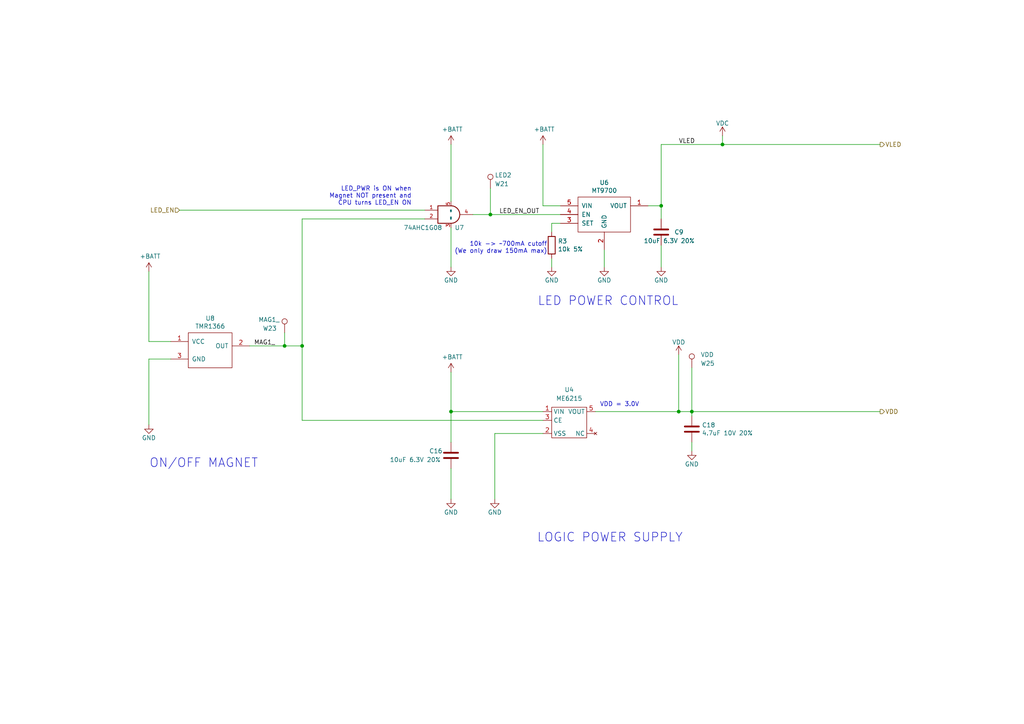
<source format=kicad_sch>
(kicad_sch (version 20230121) (generator eeschema)
  (paper "A4")
  (title_block (title "Pixels D20 Schematic, Main") (date "2022-08-26") (rev "13") (company "Systemic Games, LLC") (comment 1 "Power Regulation"))
  (lib_symbols
    (symbol "Device:C" (pin_numbers hide) (pin_names (offset 0.254))
      (property "Reference" "C" (at 0.635 2.54 0))
      (property "Value" "C" (at 0.635 -2.54 0))
      (symbol "C_0_1"
        (polyline (pts (xy -2.032 -0.762) (xy 2.032 -0.762)) (stroke (width 0.508)))
        (polyline (pts (xy -2.032 0.762) (xy 2.032 0.762)) (stroke (width 0.508)))
      )
      (symbol "C_1_1"
        (pin passive line (at 0 3.81 270) (length 2.794) (name "~") (number "1"))
        (pin passive line (at 0 -3.81 90) (length 2.794) (name "~") (number "2"))
      )
    )
    (symbol "Device:R" (pin_numbers hide) (pin_names (offset 0))
      (property "Reference" "R" (at 2.032 0 90))
      (property "Value" "R" (at 0 0 90))
      (symbol "R_0_1"
        (rectangle (start -1.016 -2.54) (end 1.016 2.54) (stroke (width 0.254)))
      )
      (symbol "R_1_1"
        (pin passive line (at 0 3.81 270) (length 1.27) (name "~") (number "1"))
        (pin passive line (at 0 -3.81 90) (length 1.27) (name "~") (number "2"))
      )
    )
    (symbol "Pixels-dice:74AHC1G08" (pin_names (offset 1.016))
      (property "Reference" "U" (at -2.54 3.81 0))
      (property "Value" "74AHC1G08" (at 0 -3.81 0))
      (symbol "74AHC1G08_0_1"
        (arc (start 0 -2.54) (mid 2.529 0) (end 0 2.54) (stroke (width 0.254)))
        (polyline (pts (xy 0 -2.54) (xy -3.81 -2.54) (xy -3.81 2.54) (xy 0 2.54)) (stroke (width 0.254)))
      )
      (symbol "74AHC1G08_1_1"
        (pin input line (at -7.62 1.27 0) (length 3.81) (name "~") (number "1"))
        (pin input line (at -7.62 -1.27 0) (length 3.81) (name "~") (number "2"))
        (pin power_in line (at 0 -3.81 90) (length 1.27) (name "GND") (number "3"))
        (pin output line (at 6.35 0 180) (length 3.81) (name "~") (number "4"))
        (pin power_in line (at 0 3.81 270) (length 1.27) (name "VCC") (number "5"))
      )
    )
    (symbol "Pixels-dice:ME6215"
      (property "Reference" "U" (at 3.175 -6.35 0))
      (property "Value" "ME6215" (at 0 5.08 0))
      (symbol "ME6215_0_1"
        (rectangle (start -5.08 3.81) (end 5.08 -5.08))
      )
      (symbol "ME6215_1_1"
        (pin power_in line (at -7.62 2.54 0) (length 2.54) (name "VIN") (number "1"))
        (pin power_in line (at -7.62 -3.81 0) (length 2.54) (name "VSS") (number "2"))
        (pin input line (at -7.62 0 0) (length 2.54) (name "CE") (number "3"))
        (pin no_connect line (at 7.62 -3.81 180) (length 2.54) (name "NC") (number "4"))
        (pin power_out line (at 7.62 2.54 180) (length 2.54) (name "VOUT") (number "5"))
      )
    )
    (symbol "Pixels-dice:MT9700" (pin_names (offset 1.016))
      (property "Reference" "U" (at 6.35 -6.35 0))
      (property "Value" "MT9700" (at 0 6.35 0))
      (symbol "MT9700_0_1"
        (rectangle (start -7.62 5.08) (end 7.62 -5.08))
      )
      (symbol "MT9700_1_1"
        (pin power_out line (at 12.7 2.54 180) (length 5.08) (name "VOUT") (number "1"))
        (pin power_in line (at 0 -10.16 90) (length 5.08) (name "GND") (number "2"))
        (pin input line (at -12.7 -2.54 0) (length 5.08) (name "SET") (number "3"))
        (pin input line (at -12.7 0 0) (length 5.08) (name "EN") (number "4"))
        (pin power_in line (at -12.7 2.54 0) (length 5.08) (name "VIN") (number "5"))
      )
    )
    (symbol "Pixels-dice:TEST_1P-conn" (pin_numbers hide) (pin_names (offset 0.762) hide)
      (property "Reference" "W" (at 0 6.858 0))
      (property "Value" "TEST_1P-conn" (at 0 5.08 0))
      (symbol "TEST_1P-conn_0_1"
        (circle (center 0 3.302) (radius 0.762))
      )
      (symbol "TEST_1P-conn_1_1"
        (pin passive line (at 0 0 90) (length 2.54) (name "1") (number "1"))
      )
    )
    (symbol "Pixels-dice:TMR1366" (pin_names (offset 1.016))
      (property "Reference" "U" (at 3.81 -6.35 0))
      (property "Value" "TMR1366" (at 0 6.35 0))
      (symbol "TMR1366_1_1"
        (rectangle (start -6.35 5.08) (end 6.35 -5.08))
        (pin power_in line (at -11.43 2.54 0) (length 5.08) (name "VCC") (number "1"))
        (pin output line (at 11.43 1.27 180) (length 5.08) (name "OUT") (number "2"))
        (pin power_in line (at -11.43 -2.54 0) (length 5.08) (name "GND") (number "3"))
      )
    )
    (symbol "power:+BATT" (power) (pin_names (offset 0))
      (property "Value" "+BATT" (at 0 3.556 0))
      (symbol "+BATT_0_1"
        (polyline (pts (xy -0.762 1.27) (xy 0 2.54)))
        (polyline (pts (xy 0 0) (xy 0 2.54)))
        (polyline (pts (xy 0 2.54) (xy 0.762 1.27)))
      )
      (symbol "+BATT_1_1"
        (pin power_in line (at 0 0 90) (length 0) hide (name "+BATT") (number "1"))
      )
    )
    (symbol "power:GND" (power) (pin_names (offset 0))
      (property "Value" "GND" (at 0 -3.81 0))
      (symbol "GND_0_1"
        (polyline (pts (xy 0 0) (xy 0 -1.27) (xy 1.27 -1.27) (xy 0 -2.54) (xy -1.27 -1.27) (xy 0 -1.27)))
      )
      (symbol "GND_1_1"
        (pin power_in line (at 0 0 270) (length 0) hide (name "GND") (number "1"))
      )
    )
    (symbol "power:VDC" (power) (pin_names (offset 0))
      (property "Value" "VDC" (at 0 6.35 0))
      (symbol "VDC_0_1"
        (polyline (pts (xy -0.762 1.27) (xy 0 2.54)))
        (polyline (pts (xy 0 0) (xy 0 2.54)))
        (polyline (pts (xy 0 2.54) (xy 0.762 1.27)))
      )
      (symbol "VDC_1_1"
        (pin power_in line (at 0 0 90) (length 0) hide (name "VDC") (number "1"))
      )
    )
    (symbol "power:VDD" (power) (pin_names (offset 0))
      (property "Value" "VDD" (at 0 3.81 0))
      (symbol "VDD_0_1"
        (polyline (pts (xy -0.762 1.27) (xy 0 2.54)))
        (polyline (pts (xy 0 0) (xy 0 2.54)))
        (polyline (pts (xy 0 2.54) (xy 0.762 1.27)))
      )
      (symbol "VDD_1_1"
        (pin power_in line (at 0 0 90) (length 0) hide (name "VDD") (number "1"))
      )
    )
  )
  (junction (at 142.24 62.23))
  (junction (at 209.55 41.91))
  (junction (at 200.66 119.38))
  (junction (at 196.85 119.38))
  (junction (at 87.63 100.33))
  (junction (at 82.55 100.33))
  (junction (at 191.77 59.69))
  (junction (at 130.81 119.38))
  (wire (pts (xy 200.66 119.38) (xy 200.66 120.65)))
  (wire (pts (xy 87.63 100.33) (xy 82.55 100.33)))
  (wire (pts (xy 43.18 78.74) (xy 43.18 99.06)))
  (wire (pts (xy 49.53 104.14) (xy 43.18 104.14)))
  (wire (pts (xy 255.27 41.91) (xy 209.55 41.91)))
  (wire (pts (xy 175.26 72.39) (xy 175.26 77.47)))
  (wire (pts (xy 200.66 106.68) (xy 200.66 119.38)))
  (wire (pts (xy 52.07 60.96) (xy 123.19 60.96)))
  (wire (pts (xy 87.63 121.92) (xy 157.48 121.92)))
  (wire (pts (xy 43.18 104.14) (xy 43.18 123.19)))
  (wire (pts (xy 157.48 125.73) (xy 143.51 125.73)))
  (wire (pts (xy 196.85 102.87) (xy 196.85 119.38)))
  (wire (pts (xy 200.66 119.38) (xy 255.27 119.38)))
  (wire (pts (xy 191.77 63.5) (xy 191.77 59.69)))
  (wire (pts (xy 209.55 41.91) (xy 191.77 41.91)))
  (wire (pts (xy 130.81 128.27) (xy 130.81 119.38)))
  (wire (pts (xy 162.56 59.69) (xy 157.48 59.69)))
  (wire (pts (xy 143.51 125.73) (xy 143.51 144.78)))
  (wire (pts (xy 87.63 63.5) (xy 87.63 100.33)))
  (wire (pts (xy 130.81 107.95) (xy 130.81 119.38)))
  (wire (pts (xy 130.81 66.04) (xy 130.81 77.47)))
  (wire (pts (xy 43.18 99.06) (xy 49.53 99.06)))
  (wire (pts (xy 130.81 41.91) (xy 130.81 58.42)))
  (wire (pts (xy 142.24 62.23) (xy 162.56 62.23)))
  (wire (pts (xy 209.55 39.37) (xy 209.55 41.91)))
  (wire (pts (xy 162.56 64.77) (xy 160.02 64.77)))
  (wire (pts (xy 160.02 74.93) (xy 160.02 77.47)))
  (wire (pts (xy 137.16 62.23) (xy 142.24 62.23)))
  (wire (pts (xy 172.72 119.38) (xy 196.85 119.38)))
  (wire (pts (xy 82.55 100.33) (xy 72.39 100.33)))
  (wire (pts (xy 160.02 64.77) (xy 160.02 67.31)))
  (wire (pts (xy 196.85 119.38) (xy 200.66 119.38)))
  (wire (pts (xy 187.96 59.69) (xy 191.77 59.69)))
  (wire (pts (xy 87.63 100.33) (xy 87.63 121.92)))
  (wire (pts (xy 157.48 41.91) (xy 157.48 59.69)))
  (wire (pts (xy 200.66 128.27) (xy 200.66 130.81)))
  (wire (pts (xy 142.24 54.61) (xy 142.24 62.23)))
  (wire (pts (xy 191.77 41.91) (xy 191.77 59.69)))
  (wire (pts (xy 82.55 96.52) (xy 82.55 100.33)))
  (wire (pts (xy 87.63 63.5) (xy 123.19 63.5)))
  (wire (pts (xy 130.81 119.38) (xy 157.48 119.38)))
  (wire (pts (xy 191.77 71.12) (xy 191.77 77.47)))
  (wire (pts (xy 130.81 135.89) (xy 130.81 144.78)))
  (text "LOGIC POWER SUPPLY" (at 198.12 157.48 0) (effects (font (size 2.54 2.54)) (justify right bottom)))
  (text "ON/OFF MAGNET" (at 74.93 135.89 0) (effects (font (size 2.54 2.54)) (justify right bottom)))
  (text "LED_PWR is ON when\nMagnet NOT present and\nCPU turns LED_EN ON" (at 119.38 59.69 0) (effects (font (size 1.27 1.27)) (justify right bottom)))
  (text "LED POWER CONTROL" (at 196.85 88.9 0) (effects (font (size 2.54 2.54)) (justify right bottom)))
  (text "VDD = 3.0V" (at 185.42 118.11 0) (effects (font (size 1.27 1.27)) (justify right bottom)))
  (text "10k -> ~700mA cutoff\n(We only draw 150mA max)" (at 158.75 73.66 0) (effects (font (size 1.27 1.27)) (justify right bottom)))
  (label "MAG1_" (at 73.66 100.33 0))
  (label "VLED" (at 196.85 41.91 0))
  (label "LED_EN_OUT" (at 144.78 62.23 0))
  (hierarchical_label "LED_EN" (shape input) (at 52.07 60.96 180))
  (hierarchical_label "VDD" (shape output) (at 255.27 119.38 0))
  (hierarchical_label "VLED" (shape output) (at 255.27 41.91 0))
  (symbol (lib_id "Pixels-dice:TEST_1P-conn") (at 142.24 54.61 0) (unit 1)
    (property "Reference" "W21" (at 143.51 53.34 0) (effects (justify left)))
    (property "Value" "LED2" (at 143.51 50.8 0) (effects (justify left)))
    (property "Footprint" "Pixels-dice:TEST_PIN" (effects hide))
    (property "Generic OK" "N/A" (effects hide))
  )
  (symbol (lib_id "power:+BATT") (at 157.48 41.91 0) (unit 1)
    (property "Reference" "#PWR033" (effects hide))
    (property "Value" "+BATT" (at 157.861 37.5158 0))
  )
  (symbol (lib_id "Device:C") (at 200.66 124.46 0) (unit 1)
    (property "Reference" "C18" (at 203.581 123.2916 0) (effects (justify left)))
    (property "Value" "4.7uF 10V 20%" (at 203.581 125.603 0) (effects (justify left)))
    (property "Footprint" "Pixels-dice:C_0402_1005Metric" (effects hide))
    (property "Generic OK" "YES" (effects hide))
    (property "Pixels Part Number" "SMD-C002" (effects hide))
    (property "Manufacturer" "Murata" (effects hide))
    (property "Manufacturer Part Number" "GRM155R61A475MEAAJ" (effects hide))
  )
  (symbol (lib_id "power:GND") (at 200.66 130.81 0) (unit 1)
    (property "Reference" "#PWR028" (effects hide))
    (property "Value" "GND" (at 200.66 134.62 0))
  )
  (symbol (lib_id "power:GND") (at 130.81 144.78 0) (unit 1)
    (property "Reference" "#PWR029" (effects hide))
    (property "Value" "GND" (at 130.81 148.59 0))
  )
  (symbol (lib_id "power:GND") (at 175.26 77.47 0) (unit 1)
    (property "Reference" "#PWR038" (effects hide))
    (property "Value" "GND" (at 175.26 81.28 0))
  )
  (symbol (lib_id "power:GND") (at 43.18 123.19 0) (unit 1)
    (property "Reference" "#PWR039" (effects hide))
    (property "Value" "GND" (at 43.18 127 0))
  )
  (symbol (lib_id "Device:C") (at 130.81 132.08 0) (unit 1)
    (property "Reference" "C16" (at 124.46 130.81 0) (effects (justify left)))
    (property "Value" "10uF 6.3V 20%" (at 113.03 133.35 0) (effects (justify left)))
    (property "Footprint" "Pixels-dice:C_0402_1005Metric" (effects hide))
    (property "Generic OK" "YES" (effects hide))
    (property "Pixels Part Number" "SMD-C002" (effects hide))
    (property "Manufacturer" "Murata" (effects hide))
    (property "Manufacturer Part Number" "GRM155R60J106ME05D" (effects hide))
  )
  (symbol (lib_id "power:+BATT") (at 130.81 107.95 0) (unit 1)
    (property "Reference" "#PWR025" (effects hide))
    (property "Value" "+BATT" (at 131.191 103.5558 0))
  )
  (symbol (lib_id "power:+BATT") (at 43.18 78.74 0) (unit 1)
    (property "Reference" "#PWR036" (effects hide))
    (property "Value" "+BATT" (at 43.561 74.3458 0))
  )
  (symbol (lib_id "Pixels-dice:TEST_1P-conn") (at 82.55 96.52 0) (unit 1)
    (property "Reference" "W23" (at 76.2 95.25 0) (effects (justify left)))
    (property "Value" "MAG1_" (at 74.93 92.71 0) (effects (justify left)))
    (property "Footprint" "Pixels-dice:TEST_PIN" (effects hide))
    (property "Generic OK" "N/A" (effects hide))
  )
  (symbol (lib_id "Pixels-dice:74AHC1G08") (at 130.81 62.23 0) (unit 1)
    (property "Reference" "U7" (at 134.62 66.04 0) (effects (justify right)))
    (property "Value" "74AHC1G08" (at 128.27 66.04 0) (effects (justify right)))
    (property "Footprint" "Pixels-dice:SOT-353_SC-70-5" (effects hide))
    (property "Generic OK" "YES" (effects hide))
    (property "Manufacturer" "UMW(Youtai Semiconductor Co., Ltd.)" (effects hide))
    (property "Manufacturer Part Number" "SN74LVC1G08DCKR" (effects hide))
    (property "Pixels Part Number" "SMD-U007" (effects hide))
  )
  (symbol (lib_id "power:+BATT") (at 130.81 41.91 0) (unit 1)
    (property "Reference" "#PWR020" (effects hide))
    (property "Value" "+BATT" (at 131.191 37.5158 0))
  )
  (symbol (lib_id "power:GND") (at 130.81 77.47 0) (unit 1)
    (property "Reference" "#PWR034" (effects hide))
    (property "Value" "GND" (at 130.81 81.28 0))
  )
  (symbol (lib_id "Pixels-dice:TEST_1P-conn") (at 200.66 106.68 0) (unit 1)
    (property "Reference" "W25" (at 203.2 105.41 0) (effects (justify left)))
    (property "Value" "VDD" (at 203.2 102.87 0) (effects (justify left)))
    (property "Footprint" "Pixels-dice:TEST_PIN" (effects hide))
    (property "Generic OK" "N/A" (effects hide))
  )
  (symbol (lib_id "Pixels-dice:TMR1366") (at 60.96 101.6 0) (unit 1)
    (property "Reference" "U8" (at 60.96 92.329 0))
    (property "Value" "TMR1366" (at 60.96 94.6404 0))
    (property "Footprint" "Package_TO_SOT_SMD:SOT-23" (effects hide))
    (property "Generic OK" "NO" (effects hide))
    (property "Manufacturer" "Multi Dimension" (effects hide))
    (property "Manufacturer Part Number" "TMR1366S" (effects hide))
    (property "Pixels Part Number" "SMD-U008-ALT8" (effects hide))
  )
  (symbol (lib_id "Device:C") (at 191.77 67.31 0) (unit 1)
    (property "Reference" "C9" (at 195.58 67.31 0) (effects (justify left)))
    (property "Value" "10uF 6.3V 20%" (at 186.69 69.85 0) (effects (justify left)))
    (property "Footprint" "Pixels-dice:C_0402_1005Metric" (effects hide))
    (property "Generic OK" "YES" (effects hide))
    (property "Pixels Part Number" "SMD-C002" (effects hide))
    (property "Manufacturer" "Murata" (effects hide))
    (property "Manufacturer Part Number" "GRM155R60J106ME05D" (effects hide))
  )
  (symbol (lib_id "power:GND") (at 191.77 77.47 0) (unit 1)
    (property "Reference" "#PWR0142" (effects hide))
    (property "Value" "GND" (at 191.77 81.28 0))
  )
  (symbol (lib_id "Pixels-dice:MT9700") (at 175.26 62.23 0) (unit 1)
    (property "Reference" "U6" (at 175.26 52.959 0))
    (property "Value" "MT9700" (at 175.26 55.2704 0))
    (property "Footprint" "Pixels-dice:SOT-23-5" (effects hide))
    (property "Manufacturer" "XI'AN Aerosemi Tech" (effects hide))
    (property "Manufacturer Part Number" "MT9700" (effects hide))
    (property "Pixels Part Number" "SMD-U006-ALT2" (effects hide))
    (property "Generic OK" "NO" (effects hide))
  )
  (symbol (lib_id "Device:R") (at 160.02 71.12 0) (unit 1)
    (property "Reference" "R3" (at 161.798 69.9516 0) (effects (justify left)))
    (property "Value" "10k 5%" (at 161.798 72.263 0) (effects (justify left)))
    (property "Footprint" "Pixels-dice:R_0402_1005Metric" (effects hide))
    (property "Generic OK" "YES" (effects hide))
    (property "Manufacturer" "UNI-ROYAL(Uniroyal Elec)" (effects hide))
    (property "Manufacturer Part Number" "0402WGJ0103TCE" (effects hide))
    (property "Pixels Part Number" "SMD-R002" (effects hide))
  )
  (symbol (lib_id "power:GND") (at 160.02 77.47 0) (unit 1)
    (property "Reference" "#PWR0101" (effects hide))
    (property "Value" "GND" (at 160.02 81.28 0))
  )
  (symbol (lib_id "power:VDC") (at 209.55 39.37 0) (unit 1)
    (property "Reference" "#PWR026" (effects hide))
    (property "Value" "VDC" (at 209.55 35.7655 0))
  )
  (symbol (lib_id "power:GND") (at 143.51 144.78 0) (unit 1)
    (property "Reference" "#PWR031" (effects hide))
    (property "Value" "GND" (at 143.51 148.59 0))
  )
  (symbol (lib_id "Pixels-dice:ME6215") (at 165.1 121.92 0) (unit 1)
    (property "Reference" "U4" (at 165.1 113.03 0))
    (property "Value" "ME6215" (at 165.1 115.57 0))
    (property "Footprint" "Pixels-dice:SOT-23-5" (effects hide))
    (property "Generic OK" "NO" (effects hide))
    (property "Manufacturer" "MICRONE(Nanjing Micro One Elec)" (effects hide))
    (property "Manufacturer Part Number" "ME6215C30M5G" (effects hide))
  )
  (symbol (lib_id "power:VDD") (at 196.85 102.87 0) (unit 1)
    (property "Reference" "#PWR027" (effects hide))
    (property "Value" "VDD" (at 196.85 99.2655 0))
  )
)
</source>
